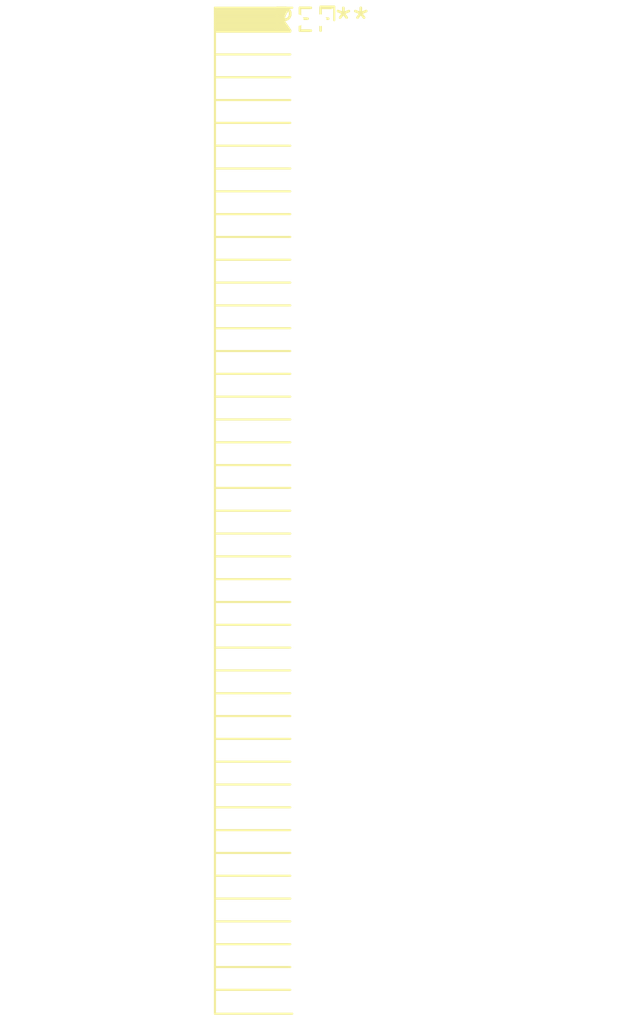
<source format=kicad_pcb>
(kicad_pcb (version 20240108) (generator pcbnew)
  (layers (0 "F.Cu" signal) (31 "B.Cu" signal) (34 "B.Paste" user) (35 "F.Paste" user) (36 "B.SilkS" user "B.Silkscreen") (37 "F.SilkS" user "F.Silkscreen") (38 "B.Mask" user) (39 "F.Mask" user) (44 "Edge.Cuts" user))
  (net 0 "")
  (footprint "PinSocket_2x44_P1.27mm_Horizontal" (layer "F.Cu") (at 0 0)
    (property "Reference" "REF**")
    (property "Value" "PinSocket_2x44_P1.27mm_Horizontal")
    (fp_line (start -5.88 -0.695) (end -5.88 55.305) (layer "F.SilkS") (stroke (width 0.12)))
    (fp_line (start -5.88 -0.695) (end -1.57753 -0.695) (layer "F.SilkS") (stroke (width 0.12)))
    (fp_line (start -5.88 -0.575) (end -1.766966 -0.575) (layer "F.SilkS") (stroke (width 0.12)))
    (fp_line (start -5.88 -0.465) (end -1.871145 -0.465) (layer "F.SilkS") (stroke (width 0.12)))
    (fp_line (start -5.88 -0.355) (end -1.941993 -0.355) (layer "F.SilkS") (stroke (width 0.12)))
    (fp_line (start -5.88 -0.245) (end -1.989427 -0.245) (layer "F.SilkS") (stroke (width 0.12)))
    (fp_line (start -5.88 -0.135) (end -2.017914 -0.135) (layer "F.SilkS") (stroke (width 0.12)))
    (fp_line (start -5.88 -0.025) (end -2.029589 -0.025) (layer "F.SilkS") (stroke (width 0.12)))
    (fp_line (start -5.88 0.085) (end -2.025232 0.085) (layer "F.SilkS") (stroke (width 0.12)))
    (fp_line (start -5.88 0.195) (end -2.004558 0.195) (layer "F.SilkS") (stroke (width 0.12)))
    (fp_line (start -5.88 0.305) (end -1.966114 0.305) (layer "F.SilkS") (stroke (width 0.12)))
    (fp_line (start -5.88 0.415) (end -1.906691 0.415) (layer "F.SilkS") (stroke (width 0.12)))
    (fp_line (start -5.88 0.525) (end -1.819523 0.525) (layer "F.SilkS") (stroke (width 0.12)))
    (fp_line (start -5.88 0.635) (end -1.687582 0.635) (layer "F.SilkS") (stroke (width 0.12)))
    (fp_line (start -5.88 1.905) (end -1.687582 1.905) (layer "F.SilkS") (stroke (width 0.12)))
    (fp_line (start -5.88 3.175) (end -1.687582 3.175) (layer "F.SilkS") (stroke (width 0.12)))
    (fp_line (start -5.88 4.445) (end -1.687582 4.445) (layer "F.SilkS") (stroke (width 0.12)))
    (fp_line (start -5.88 5.715) (end -1.687582 5.715) (layer "F.SilkS") (stroke (width 0.12)))
    (fp_line (start -5.88 6.985) (end -1.687582 6.985) (layer "F.SilkS") (stroke (width 0.12)))
    (fp_line (start -5.88 8.255) (end -1.687582 8.255) (layer "F.SilkS") (stroke (width 0.12)))
    (fp_line (start -5.88 9.525) (end -1.687582 9.525) (layer "F.SilkS") (stroke (width 0.12)))
    (fp_line (start -5.88 10.795) (end -1.687582 10.795) (layer "F.SilkS") (stroke (width 0.12)))
    (fp_line (start -5.88 12.065) (end -1.687582 12.065) (layer "F.SilkS") (stroke (width 0.12)))
    (fp_line (start -5.88 13.335) (end -1.687582 13.335) (layer "F.SilkS") (stroke (width 0.12)))
    (fp_line (start -5.88 14.605) (end -1.687582 14.605) (layer "F.SilkS") (stroke (width 0.12)))
    (fp_line (start -5.88 15.875) (end -1.687582 15.875) (layer "F.SilkS") (stroke (width 0.12)))
    (fp_line (start -5.88 17.145) (end -1.687582 17.145) (layer "F.SilkS") (stroke (width 0.12)))
    (fp_line (start -5.88 18.415) (end -1.687582 18.415) (layer "F.SilkS") (stroke (width 0.12)))
    (fp_line (start -5.88 19.685) (end -1.687582 19.685) (layer "F.SilkS") (stroke (width 0.12)))
    (fp_line (start -5.88 20.955) (end -1.687582 20.955) (layer "F.SilkS") (stroke (width 0.12)))
    (fp_line (start -5.88 22.225) (end -1.687582 22.225) (layer "F.SilkS") (stroke (width 0.12)))
    (fp_line (start -5.88 23.495) (end -1.687582 23.495) (layer "F.SilkS") (stroke (width 0.12)))
    (fp_line (start -5.88 24.765) (end -1.687582 24.765) (layer "F.SilkS") (stroke (width 0.12)))
    (fp_line (start -5.88 26.035) (end -1.687582 26.035) (layer "F.SilkS") (stroke (width 0.12)))
    (fp_line (start -5.88 27.305) (end -1.687582 27.305) (layer "F.SilkS") (stroke (width 0.12)))
    (fp_line (start -5.88 28.575) (end -1.687582 28.575) (layer "F.SilkS") (stroke (width 0.12)))
    (fp_line (start -5.88 29.845) (end -1.687582 29.845) (layer "F.SilkS") (stroke (width 0.12)))
    (fp_line (start -5.88 31.115) (end -1.687582 31.115) (layer "F.SilkS") (stroke (width 0.12)))
    (fp_line (start -5.88 32.385) (end -1.687582 32.385) (layer "F.SilkS") (stroke (width 0.12)))
    (fp_line (start -5.88 33.655) (end -1.687582 33.655) (layer "F.SilkS") (stroke (width 0.12)))
    (fp_line (start -5.88 34.925) (end -1.687582 34.925) (layer "F.SilkS") (stroke (width 0.12)))
    (fp_line (start -5.88 36.195) (end -1.687582 36.195) (layer "F.SilkS") (stroke (width 0.12)))
    (fp_line (start -5.88 37.465) (end -1.687582 37.465) (layer "F.SilkS") (stroke (width 0.12)))
    (fp_line (start -5.88 38.735) (end -1.687582 38.735) (layer "F.SilkS") (stroke (width 0.12)))
    (fp_line (start -5.88 40.005) (end -1.687582 40.005) (layer "F.SilkS") (stroke (width 0.12)))
    (fp_line (start -5.88 41.275) (end -1.687582 41.275) (layer "F.SilkS") (stroke (width 0.12)))
    (fp_line (start -5.88 42.545) (end -1.687582 42.545) (layer "F.SilkS") (stroke (width 0.12)))
    (fp_line (start -5.88 43.815) (end -1.687582 43.815) (layer "F.SilkS") (stroke (width 0.12)))
    (fp_line (start -5.88 45.085) (end -1.687582 45.085) (layer "F.SilkS") (stroke (width 0.12)))
    (fp_line (start -5.88 46.355) (end -1.687582 46.355) (layer "F.SilkS") (stroke (width 0.12)))
    (fp_line (start -5.88 47.625) (end -1.687582 47.625) (layer "F.SilkS") (stroke (width 0.12)))
    (fp_line (start -5.88 48.895) (end -1.687582 48.895) (layer "F.SilkS") (stroke (width 0.12)))
    (fp_line (start -5.88 50.165) (end -1.687582 50.165) (layer "F.SilkS") (stroke (width 0.12)))
    (fp_line (start -5.88 51.435) (end -1.687582 51.435) (layer "F.SilkS") (stroke (width 0.12)))
    (fp_line (start -5.88 52.705) (end -1.687582 52.705) (layer "F.SilkS") (stroke (width 0.12)))
    (fp_line (start -5.88 53.975) (end -1.687582 53.975) (layer "F.SilkS") (stroke (width 0.12)))
    (fp_line (start -5.88 55.305) (end -1.57753 55.305) (layer "F.SilkS") (stroke (width 0.12)))
    (fp_line (start 0 -0.76) (end 0.76 -0.76) (layer "F.SilkS") (stroke (width 0.12)))
    (fp_line (start 0.76 -0.76) (end 0.76 0) (layer "F.SilkS") (stroke (width 0.12)))
    (pad "1" thru_hole rect (at 0 0) (size 1 1) (drill 0.65) (layers *.Cu *.Mask) (remove_unused_layers))
    (pad "2" thru_hole oval (at -1.27 0) (size 1 1) (drill 0.65) (layers *.Cu *.Mask) (remove_unused_layers))
    (pad "3" thru_hole oval (at 0 1.27) (size 1 1) (drill 0.65) (layers *.Cu *.Mask) (remove_unused_layers))
    (pad "4" thru_hole oval (at -1.27 1.27) (size 1 1) (drill 0.65) (layers *.Cu *.Mask) (remove_unused_layers))
    (pad "5" thru_hole oval (at 0 2.54) (size 1 1) (drill 0.65) (layers *.Cu *.Mask) (remove_unused_layers))
    (pad "6" thru_hole oval (at -1.27 2.54) (size 1 1) (drill 0.65) (layers *.Cu *.Mask) (remove_unused_layers))
    (pad "7" thru_hole oval (at 0 3.81) (size 1 1) (drill 0.65) (layers *.Cu *.Mask) (remove_unused_layers))
    (pad "8" thru_hole oval (at -1.27 3.81) (size 1 1) (drill 0.65) (layers *.Cu *.Mask) (remove_unused_layers))
    (pad "9" thru_hole oval (at 0 5.08) (size 1 1) (drill 0.65) (layers *.Cu *.Mask) (remove_unused_layers))
    (pad "10" thru_hole oval (at -1.27 5.08) (size 1 1) (drill 0.65) (layers *.Cu *.Mask) (remove_unused_layers))
    (pad "11" thru_hole oval (at 0 6.35) (size 1 1) (drill 0.65) (layers *.Cu *.Mask) (remove_unused_layers))
    (pad "12" thru_hole oval (at -1.27 6.35) (size 1 1) (drill 0.65) (layers *.Cu *.Mask) (remove_unused_layers))
    (pad "13" thru_hole oval (at 0 7.62) (size 1 1) (drill 0.65) (layers *.Cu *.Mask) (remove_unused_layers))
    (pad "14" thru_hole oval (at -1.27 7.62) (size 1 1) (drill 0.65) (layers *.Cu *.Mask) (remove_unused_layers))
    (pad "15" thru_hole oval (at 0 8.89) (size 1 1) (drill 0.65) (layers *.Cu *.Mask) (remove_unused_layers))
    (pad "16" thru_hole oval (at -1.27 8.89) (size 1 1) (drill 0.65) (layers *.Cu *.Mask) (remove_unused_layers))
    (pad "17" thru_hole oval (at 0 10.16) (size 1 1) (drill 0.65) (layers *.Cu *.Mask) (remove_unused_layers))
    (pad "18" thru_hole oval (at -1.27 10.16) (size 1 1) (drill 0.65) (layers *.Cu *.Mask) (remove_unused_layers))
    (pad "19" thru_hole oval (at 0 11.43) (size 1 1) (drill 0.65) (layers *.Cu *.Mask) (remove_unused_layers))
    (pad "20" thru_hole oval (at -1.27 11.43) (size 1 1) (drill 0.65) (layers *.Cu *.Mask) (remove_unused_layers))
    (pad "21" thru_hole oval (at 0 12.7) (size 1 1) (drill 0.65) (layers *.Cu *.Mask) (remove_unused_layers))
    (pad "22" thru_hole oval (at -1.27 12.7) (size 1 1) (drill 0.65) (layers *.Cu *.Mask) (remove_unused_layers))
    (pad "23" thru_hole oval (at 0 13.97) (size 1 1) (drill 0.65) (layers *.Cu *.Mask) (remove_unused_layers))
    (pad "24" thru_hole oval (at -1.27 13.97) (size 1 1) (drill 0.65) (layers *.Cu *.Mask) (remove_unused_layers))
    (pad "25" thru_hole oval (at 0 15.24) (size 1 1) (drill 0.65) (layers *.Cu *.Mask) (remove_unused_layers))
    (pad "26" thru_hole oval (at -1.27 15.24) (size 1 1) (drill 0.65) (layers *.Cu *.Mask) (remove_unused_layers))
    (pad "27" thru_hole oval (at 0 16.51) (size 1 1) (drill 0.65) (layers *.Cu *.Mask) (remove_unused_layers))
    (pad "28" thru_hole oval (at -1.27 16.51) (size 1 1) (drill 0.65) (layers *.Cu *.Mask) (remove_unused_layers))
    (pad "29" thru_hole oval (at 0 17.78) (size 1 1) (drill 0.65) (layers *.Cu *.Mask) (remove_unused_layers))
    (pad "30" thru_hole oval (at -1.27 17.78) (size 1 1) (drill 0.65) (layers *.Cu *.Mask) (remove_unused_layers))
    (pad "31" thru_hole oval (at 0 19.05) (size 1 1) (drill 0.65) (layers *.Cu *.Mask) (remove_unused_layers))
    (pad "32" thru_hole oval (at -1.27 19.05) (size 1 1) (drill 0.65) (layers *.Cu *.Mask) (remove_unused_layers))
    (pad "33" thru_hole oval (at 0 20.32) (size 1 1) (drill 0.65) (layers *.Cu *.Mask) (remove_unused_layers))
    (pad "34" thru_hole oval (at -1.27 20.32) (size 1 1) (drill 0.65) (layers *.Cu *.Mask) (remove_unused_layers))
    (pad "35" thru_hole oval (at 0 21.59) (size 1 1) (drill 0.65) (layers *.Cu *.Mask) (remove_unused_layers))
    (pad "36" thru_hole oval (at -1.27 21.59) (size 1 1) (drill 0.65) (layers *.Cu *.Mask) (remove_unused_layers))
    (pad "37" thru_hole oval (at 0 22.86) (size 1 1) (drill 0.65) (layers *.Cu *.Mask) (remove_unused_layers))
    (pad "38" thru_hole oval (at -1.27 22.86) (size 1 1) (drill 0.65) (layers *.Cu *.Mask) (remove_unused_layers))
    (pad "39" thru_hole oval (at 0 24.13) (size 1 1) (drill 0.65) (layers *.Cu *.Mask) (remove_unused_layers))
    (pad "40" thru_hole oval (at -1.27 24.13) (size 1 1) (drill 0.65) (layers *.Cu *.Mask) (remove_unused_layers))
    (pad "41" thru_hole oval (at 0 25.4) (size 1 1) (drill 0.65) (layers *.Cu *.Mask) (remove_unused_layers))
    (pad "42" thru_hole oval (at -1.27 25.4) (size 1 1) (drill 0.65) (layers *.Cu *.Mask) (remove_unused_layers))
    (pad "43" thru_hole oval (at 0 26.67) (size 1 1) (drill 0.65) (layers *.Cu *.Mask) (remove_unused_layers))
    (pad "44" thru_hole oval (at -1.27 26.67) (size 1 1) (drill 0.65) (layers *.Cu *.Mask) (remove_unused_layers))
    (pad "45" thru_hole oval (at 0 27.94) (size 1 1) (drill 0.65) (layers *.Cu *.Mask) (remove_unused_layers))
    (pad "46" thru_hole oval (at -1.27 27.94) (size 1 1) (drill 0.65) (layers *.Cu *.Mask) (remove_unused_layers))
    (pad "47" thru_hole oval (at 0 29.21) (size 1 1) (drill 0.65) (layers *.Cu *.Mask) (remove_unused_layers))
    (pad "48" thru_hole oval (at -1.27 29.21) (size 1 1) (drill 0.65) (layers *.Cu *.Mask) (remove_unused_layers))
    (pad "49" thru_hole oval (at 0 30.48) (size 1 1) (drill 0.65) (layers *.Cu *.Mask) (remove_unused_layers))
    (pad "50" thru_hole oval (at -1.27 30.48) (size 1 1) (drill 0.65) (layers *.Cu *.Mask) (remove_unused_layers))
    (pad "51" thru_hole oval (at 0 31.75) (size 1 1) (drill 0.65) (layers *.Cu *.Mask) (remove_unused_layers))
    (pad "52" thru_hole oval (at -1.27 31.75) (size 1 1) (drill 0.65) (layers *.Cu *.Mask) (remove_unused_layers))
    (pad "53" thru_hole oval (at 0 33.02) (size 1 1) (drill 0.65) (layers *.Cu *.Mask) (remove_unused_layers))
    (pad "54" thru_hole oval (at -1.27 33.02) (size 1 1) (drill 0.65) (layers *.Cu *.Mask) (remove_unused_layers))
    (pad "55" thru_hole oval (at 0 34.29) (size 1 1) (drill 0.65) (layers *.Cu *.Mask) (remove_unused_layers))
    (pad "56" thru_hole oval (at -1.27 34.29) (size 1 1) (drill 0.65) (layers *.Cu *.Mask) (remove_unused_layers))
    (pad "57" thru_hole oval (at 0 35.56) (size 1 1) (drill 0.65) (layers *.Cu *.Mask) (remove_unused_layers))
    (pad "58" thru_hole oval (at -1.27 35.56) (size 1 1) (drill 0.65) (layers *.Cu *.Mask) (remove_unused_layers))
    (pad "59" thru_hole oval (at 0 36.83) (size 1 1) (drill 0.65) (layers *.Cu *.Mask) (remove_unused_layers))
    (pad "60" thru_hole oval (at -1.27 36.83) (size 1 1) (drill 0.65) (layers *.Cu *.Mask) (remove_unused_layers))
    (pad "61" thru_hole oval (at 0 38.1) (size 1 1) (drill 0.65) (layers *.Cu *.Mask) (remove_unused_layers))
    (pad "62" thru_hole oval (at -1.27 38.1) (size 1 1) (drill 0.65) (layers *.Cu *.Mask) (remove_unused_layers))
    (pad "63" thru_hole oval (at 0 39.37) (size 1 1) (drill 0.65) (layers *.Cu *.Mask) (remove_unused_layers))
    (pad "64" thru_hole oval (at -1.27 39.37) (size 1 1) (drill 0.65) (layers *.Cu *.Mask) (remove_unused_layers))
    (pad "65" thru_hole oval (at 0 40.64) (size 1 1) (drill 0.65) (layers *.Cu *.Mask) (remove_unused_layers))
    (pad "66" thru_hole oval (at -1.27 40.64) (size 1 1) (drill 0.65) (layers *.Cu *.Mask) (remove_unused_layers))
    (pad "67" thru_hole oval (at 0 41.91) (size 1 1) (drill 0.65) (layers *.Cu *.Mask) (remove_unused_layers))
    (pad "68" thru_hole oval (at -1.27 41.91) (size 1 1) (drill 0.65) (layers *.Cu *.Mask) (remove_unused_layers))
    (pad "69" thru_hole oval (at 0 43.18) (size 1 1) (drill 0.65) (layers *.Cu *.Mask) (remove_unused_layers))
    (pad "70" thru_hole oval (at -1.27 43.18) (size 1 1) (drill 0.65) (layers *.Cu *.Mask) (remove_unused_layers))
    (pad "71" thru_hole oval (at 0 44.45) (size 1 1) (drill 0.65) (layers *.Cu *.Mask) (remove_unused_layers))
    (pad "72" thru_hole oval (at -1.27 44.45) (size 1 1) (drill 0.65) (layers *.Cu *.Mask) (remove_unused_layers))
    (pad "73" thru_hole oval (at 0 45.72) (size 1 1) (drill 0.65) (layers *.Cu *.Mask) (remove_unused_layers))
    (pad "74" thru_hole oval (at -1.27 45.72) (size 1 1) (drill 0.65) (layers *.Cu *.Mask) (remove_unused_layers))
    (pad "75" thru_hole oval (at 0 46.99) (size 1 1) (drill 0.65) (layers *.Cu *.Mask) (remove_unused_layers))
    (pad "76" thru_hole oval (at -1.27 46.99) (size 1 1) (drill 0.65) (layers *.Cu *.Mask) (remove_unused_layers))
    (pad "77" thru_hole oval (at 0 48.26) (size 1 1) (drill 0.65) (layers *.Cu *.Mask) (remove_unused_layers))
    (pad "78" thru_hole oval (at -1.27 48.26) (size 1 1) (drill 0.65) (layers *.Cu *.Mask) (remove_unused_layers))
    (pad "79" thru_hole oval (at 0 49.53) (size 1 1) (drill 0.65) (layers *.Cu *.Mask) (remove_unused_layers))
    (pad "80" thru_hole oval (at -1.27 49.53) (size 1 1) (drill 0.65) (layers *.Cu *.Mask) (remove_unused_layers))
    (pad "81" thru_hole oval (at 0 50.8) (size 1 1) (drill 0.65) (layers *.Cu *.Mask) (remove_unused_layers))
    (pad "82" thru_hole oval (at -1.27 50.8) (size 1 1) (drill 0.65) (layers *.Cu *.Mask) (remove_unused_layers))
    (pad "83" thru_hole oval (at 0 52.07) (size 1 1) (drill 0.65) (layers *.Cu *.Mask) (remove_unused_layers))
    (pad "84" thru_hole oval (at -1.27 52.07) (size 1 1) (drill 0.65) (layers *.Cu *.Mask) (remove_unused_layers))
    (pad "85" thru_hole oval (at 0 53.34) (size 1 1) (drill 0.65) (layers *.Cu *.Mask) (remove_unused_layers))
    (pad "86" thru_hole oval (at -1.27 53.34) (size 1 1) (drill 0.65) (layers *.Cu *.Mask) (remove_unused_layers))
    (pad "87" thru_hole oval (at 0 54.61) (size 1 1) (drill 0.65) (layers *.Cu *.Mask) (remove_unused_layers))
    (pad "88" thru_hole oval (at -1.27 54.61) (size 1 1) (drill 0.65) (layers *.Cu *.Mask) (remove_unused_layers))
  )
)
</source>
